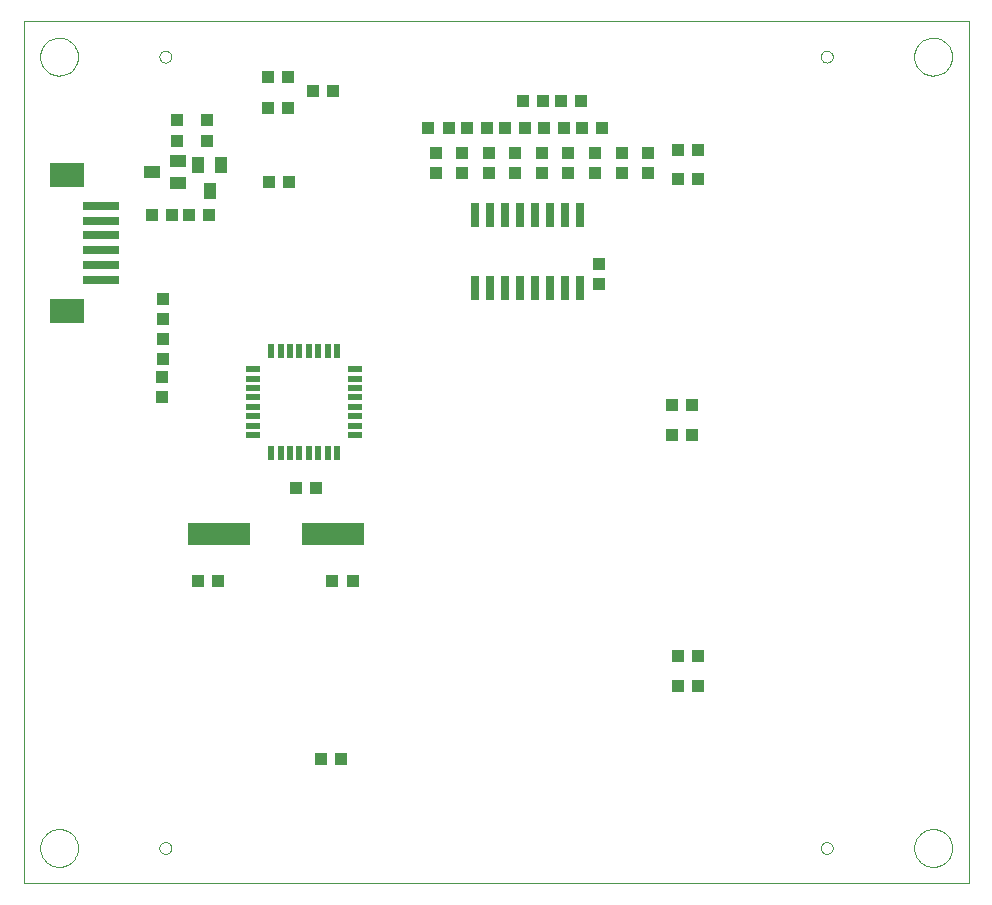
<source format=gbp>
G75*
%MOIN*%
%OFA0B0*%
%FSLAX24Y24*%
%IPPOS*%
%LPD*%
%AMOC8*
5,1,8,0,0,1.08239X$1,22.5*
%
%ADD10C,0.0000*%
%ADD11R,0.0220X0.0500*%
%ADD12R,0.0500X0.0220*%
%ADD13R,0.0433X0.0394*%
%ADD14R,0.2100X0.0760*%
%ADD15R,0.1200X0.0315*%
%ADD16R,0.1181X0.0827*%
%ADD17R,0.0394X0.0551*%
%ADD18R,0.0551X0.0394*%
%ADD19R,0.0394X0.0433*%
%ADD20R,0.0260X0.0800*%
D10*
X000497Y002817D02*
X000497Y031557D01*
X031993Y031557D01*
X031993Y002817D01*
X000497Y002817D01*
X001048Y003998D02*
X001050Y004048D01*
X001056Y004098D01*
X001066Y004147D01*
X001080Y004195D01*
X001097Y004242D01*
X001118Y004287D01*
X001143Y004331D01*
X001171Y004372D01*
X001203Y004411D01*
X001237Y004448D01*
X001274Y004482D01*
X001314Y004512D01*
X001356Y004539D01*
X001400Y004563D01*
X001446Y004584D01*
X001493Y004600D01*
X001541Y004613D01*
X001591Y004622D01*
X001640Y004627D01*
X001691Y004628D01*
X001741Y004625D01*
X001790Y004618D01*
X001839Y004607D01*
X001887Y004592D01*
X001933Y004574D01*
X001978Y004552D01*
X002021Y004526D01*
X002062Y004497D01*
X002101Y004465D01*
X002137Y004430D01*
X002169Y004392D01*
X002199Y004352D01*
X002226Y004309D01*
X002249Y004265D01*
X002268Y004219D01*
X002284Y004171D01*
X002296Y004122D01*
X002304Y004073D01*
X002308Y004023D01*
X002308Y003973D01*
X002304Y003923D01*
X002296Y003874D01*
X002284Y003825D01*
X002268Y003777D01*
X002249Y003731D01*
X002226Y003687D01*
X002199Y003644D01*
X002169Y003604D01*
X002137Y003566D01*
X002101Y003531D01*
X002062Y003499D01*
X002021Y003470D01*
X001978Y003444D01*
X001933Y003422D01*
X001887Y003404D01*
X001839Y003389D01*
X001790Y003378D01*
X001741Y003371D01*
X001691Y003368D01*
X001640Y003369D01*
X001591Y003374D01*
X001541Y003383D01*
X001493Y003396D01*
X001446Y003412D01*
X001400Y003433D01*
X001356Y003457D01*
X001314Y003484D01*
X001274Y003514D01*
X001237Y003548D01*
X001203Y003585D01*
X001171Y003624D01*
X001143Y003665D01*
X001118Y003709D01*
X001097Y003754D01*
X001080Y003801D01*
X001066Y003849D01*
X001056Y003898D01*
X001050Y003948D01*
X001048Y003998D01*
X005024Y003998D02*
X005026Y004025D01*
X005032Y004052D01*
X005041Y004078D01*
X005054Y004102D01*
X005070Y004125D01*
X005089Y004144D01*
X005111Y004161D01*
X005135Y004175D01*
X005160Y004185D01*
X005187Y004192D01*
X005214Y004195D01*
X005242Y004194D01*
X005269Y004189D01*
X005295Y004181D01*
X005319Y004169D01*
X005342Y004153D01*
X005363Y004135D01*
X005380Y004114D01*
X005395Y004090D01*
X005406Y004065D01*
X005414Y004039D01*
X005418Y004012D01*
X005418Y003984D01*
X005414Y003957D01*
X005406Y003931D01*
X005395Y003906D01*
X005380Y003882D01*
X005363Y003861D01*
X005342Y003843D01*
X005320Y003827D01*
X005295Y003815D01*
X005269Y003807D01*
X005242Y003802D01*
X005214Y003801D01*
X005187Y003804D01*
X005160Y003811D01*
X005135Y003821D01*
X005111Y003835D01*
X005089Y003852D01*
X005070Y003871D01*
X005054Y003894D01*
X005041Y003918D01*
X005032Y003944D01*
X005026Y003971D01*
X005024Y003998D01*
X027072Y003998D02*
X027074Y004025D01*
X027080Y004052D01*
X027089Y004078D01*
X027102Y004102D01*
X027118Y004125D01*
X027137Y004144D01*
X027159Y004161D01*
X027183Y004175D01*
X027208Y004185D01*
X027235Y004192D01*
X027262Y004195D01*
X027290Y004194D01*
X027317Y004189D01*
X027343Y004181D01*
X027367Y004169D01*
X027390Y004153D01*
X027411Y004135D01*
X027428Y004114D01*
X027443Y004090D01*
X027454Y004065D01*
X027462Y004039D01*
X027466Y004012D01*
X027466Y003984D01*
X027462Y003957D01*
X027454Y003931D01*
X027443Y003906D01*
X027428Y003882D01*
X027411Y003861D01*
X027390Y003843D01*
X027368Y003827D01*
X027343Y003815D01*
X027317Y003807D01*
X027290Y003802D01*
X027262Y003801D01*
X027235Y003804D01*
X027208Y003811D01*
X027183Y003821D01*
X027159Y003835D01*
X027137Y003852D01*
X027118Y003871D01*
X027102Y003894D01*
X027089Y003918D01*
X027080Y003944D01*
X027074Y003971D01*
X027072Y003998D01*
X030182Y003998D02*
X030184Y004048D01*
X030190Y004098D01*
X030200Y004147D01*
X030214Y004195D01*
X030231Y004242D01*
X030252Y004287D01*
X030277Y004331D01*
X030305Y004372D01*
X030337Y004411D01*
X030371Y004448D01*
X030408Y004482D01*
X030448Y004512D01*
X030490Y004539D01*
X030534Y004563D01*
X030580Y004584D01*
X030627Y004600D01*
X030675Y004613D01*
X030725Y004622D01*
X030774Y004627D01*
X030825Y004628D01*
X030875Y004625D01*
X030924Y004618D01*
X030973Y004607D01*
X031021Y004592D01*
X031067Y004574D01*
X031112Y004552D01*
X031155Y004526D01*
X031196Y004497D01*
X031235Y004465D01*
X031271Y004430D01*
X031303Y004392D01*
X031333Y004352D01*
X031360Y004309D01*
X031383Y004265D01*
X031402Y004219D01*
X031418Y004171D01*
X031430Y004122D01*
X031438Y004073D01*
X031442Y004023D01*
X031442Y003973D01*
X031438Y003923D01*
X031430Y003874D01*
X031418Y003825D01*
X031402Y003777D01*
X031383Y003731D01*
X031360Y003687D01*
X031333Y003644D01*
X031303Y003604D01*
X031271Y003566D01*
X031235Y003531D01*
X031196Y003499D01*
X031155Y003470D01*
X031112Y003444D01*
X031067Y003422D01*
X031021Y003404D01*
X030973Y003389D01*
X030924Y003378D01*
X030875Y003371D01*
X030825Y003368D01*
X030774Y003369D01*
X030725Y003374D01*
X030675Y003383D01*
X030627Y003396D01*
X030580Y003412D01*
X030534Y003433D01*
X030490Y003457D01*
X030448Y003484D01*
X030408Y003514D01*
X030371Y003548D01*
X030337Y003585D01*
X030305Y003624D01*
X030277Y003665D01*
X030252Y003709D01*
X030231Y003754D01*
X030214Y003801D01*
X030200Y003849D01*
X030190Y003898D01*
X030184Y003948D01*
X030182Y003998D01*
X030182Y030376D02*
X030184Y030426D01*
X030190Y030476D01*
X030200Y030525D01*
X030214Y030573D01*
X030231Y030620D01*
X030252Y030665D01*
X030277Y030709D01*
X030305Y030750D01*
X030337Y030789D01*
X030371Y030826D01*
X030408Y030860D01*
X030448Y030890D01*
X030490Y030917D01*
X030534Y030941D01*
X030580Y030962D01*
X030627Y030978D01*
X030675Y030991D01*
X030725Y031000D01*
X030774Y031005D01*
X030825Y031006D01*
X030875Y031003D01*
X030924Y030996D01*
X030973Y030985D01*
X031021Y030970D01*
X031067Y030952D01*
X031112Y030930D01*
X031155Y030904D01*
X031196Y030875D01*
X031235Y030843D01*
X031271Y030808D01*
X031303Y030770D01*
X031333Y030730D01*
X031360Y030687D01*
X031383Y030643D01*
X031402Y030597D01*
X031418Y030549D01*
X031430Y030500D01*
X031438Y030451D01*
X031442Y030401D01*
X031442Y030351D01*
X031438Y030301D01*
X031430Y030252D01*
X031418Y030203D01*
X031402Y030155D01*
X031383Y030109D01*
X031360Y030065D01*
X031333Y030022D01*
X031303Y029982D01*
X031271Y029944D01*
X031235Y029909D01*
X031196Y029877D01*
X031155Y029848D01*
X031112Y029822D01*
X031067Y029800D01*
X031021Y029782D01*
X030973Y029767D01*
X030924Y029756D01*
X030875Y029749D01*
X030825Y029746D01*
X030774Y029747D01*
X030725Y029752D01*
X030675Y029761D01*
X030627Y029774D01*
X030580Y029790D01*
X030534Y029811D01*
X030490Y029835D01*
X030448Y029862D01*
X030408Y029892D01*
X030371Y029926D01*
X030337Y029963D01*
X030305Y030002D01*
X030277Y030043D01*
X030252Y030087D01*
X030231Y030132D01*
X030214Y030179D01*
X030200Y030227D01*
X030190Y030276D01*
X030184Y030326D01*
X030182Y030376D01*
X027072Y030376D02*
X027074Y030403D01*
X027080Y030430D01*
X027089Y030456D01*
X027102Y030480D01*
X027118Y030503D01*
X027137Y030522D01*
X027159Y030539D01*
X027183Y030553D01*
X027208Y030563D01*
X027235Y030570D01*
X027262Y030573D01*
X027290Y030572D01*
X027317Y030567D01*
X027343Y030559D01*
X027367Y030547D01*
X027390Y030531D01*
X027411Y030513D01*
X027428Y030492D01*
X027443Y030468D01*
X027454Y030443D01*
X027462Y030417D01*
X027466Y030390D01*
X027466Y030362D01*
X027462Y030335D01*
X027454Y030309D01*
X027443Y030284D01*
X027428Y030260D01*
X027411Y030239D01*
X027390Y030221D01*
X027368Y030205D01*
X027343Y030193D01*
X027317Y030185D01*
X027290Y030180D01*
X027262Y030179D01*
X027235Y030182D01*
X027208Y030189D01*
X027183Y030199D01*
X027159Y030213D01*
X027137Y030230D01*
X027118Y030249D01*
X027102Y030272D01*
X027089Y030296D01*
X027080Y030322D01*
X027074Y030349D01*
X027072Y030376D01*
X005024Y030376D02*
X005026Y030403D01*
X005032Y030430D01*
X005041Y030456D01*
X005054Y030480D01*
X005070Y030503D01*
X005089Y030522D01*
X005111Y030539D01*
X005135Y030553D01*
X005160Y030563D01*
X005187Y030570D01*
X005214Y030573D01*
X005242Y030572D01*
X005269Y030567D01*
X005295Y030559D01*
X005319Y030547D01*
X005342Y030531D01*
X005363Y030513D01*
X005380Y030492D01*
X005395Y030468D01*
X005406Y030443D01*
X005414Y030417D01*
X005418Y030390D01*
X005418Y030362D01*
X005414Y030335D01*
X005406Y030309D01*
X005395Y030284D01*
X005380Y030260D01*
X005363Y030239D01*
X005342Y030221D01*
X005320Y030205D01*
X005295Y030193D01*
X005269Y030185D01*
X005242Y030180D01*
X005214Y030179D01*
X005187Y030182D01*
X005160Y030189D01*
X005135Y030199D01*
X005111Y030213D01*
X005089Y030230D01*
X005070Y030249D01*
X005054Y030272D01*
X005041Y030296D01*
X005032Y030322D01*
X005026Y030349D01*
X005024Y030376D01*
X001048Y030376D02*
X001050Y030426D01*
X001056Y030476D01*
X001066Y030525D01*
X001080Y030573D01*
X001097Y030620D01*
X001118Y030665D01*
X001143Y030709D01*
X001171Y030750D01*
X001203Y030789D01*
X001237Y030826D01*
X001274Y030860D01*
X001314Y030890D01*
X001356Y030917D01*
X001400Y030941D01*
X001446Y030962D01*
X001493Y030978D01*
X001541Y030991D01*
X001591Y031000D01*
X001640Y031005D01*
X001691Y031006D01*
X001741Y031003D01*
X001790Y030996D01*
X001839Y030985D01*
X001887Y030970D01*
X001933Y030952D01*
X001978Y030930D01*
X002021Y030904D01*
X002062Y030875D01*
X002101Y030843D01*
X002137Y030808D01*
X002169Y030770D01*
X002199Y030730D01*
X002226Y030687D01*
X002249Y030643D01*
X002268Y030597D01*
X002284Y030549D01*
X002296Y030500D01*
X002304Y030451D01*
X002308Y030401D01*
X002308Y030351D01*
X002304Y030301D01*
X002296Y030252D01*
X002284Y030203D01*
X002268Y030155D01*
X002249Y030109D01*
X002226Y030065D01*
X002199Y030022D01*
X002169Y029982D01*
X002137Y029944D01*
X002101Y029909D01*
X002062Y029877D01*
X002021Y029848D01*
X001978Y029822D01*
X001933Y029800D01*
X001887Y029782D01*
X001839Y029767D01*
X001790Y029756D01*
X001741Y029749D01*
X001691Y029746D01*
X001640Y029747D01*
X001591Y029752D01*
X001541Y029761D01*
X001493Y029774D01*
X001446Y029790D01*
X001400Y029811D01*
X001356Y029835D01*
X001314Y029862D01*
X001274Y029892D01*
X001237Y029926D01*
X001203Y029963D01*
X001171Y030002D01*
X001143Y030043D01*
X001118Y030087D01*
X001097Y030132D01*
X001080Y030179D01*
X001066Y030227D01*
X001056Y030276D01*
X001050Y030326D01*
X001048Y030376D01*
D11*
X008745Y020551D03*
X009060Y020551D03*
X009375Y020551D03*
X009690Y020551D03*
X010005Y020551D03*
X010320Y020551D03*
X010635Y020551D03*
X010950Y020551D03*
X010950Y017171D03*
X010635Y017171D03*
X010320Y017171D03*
X010005Y017171D03*
X009690Y017171D03*
X009375Y017171D03*
X009060Y017171D03*
X008745Y017171D03*
D12*
X008157Y017758D03*
X008157Y018073D03*
X008157Y018388D03*
X008157Y018703D03*
X008157Y019018D03*
X008157Y019333D03*
X008157Y019648D03*
X008157Y019963D03*
X011537Y019963D03*
X011537Y019648D03*
X011537Y019333D03*
X011537Y019018D03*
X011537Y018703D03*
X011537Y018388D03*
X011537Y018073D03*
X011537Y017758D03*
D13*
X010231Y016006D03*
X009562Y016006D03*
X010792Y012906D03*
X011461Y012906D03*
X006983Y012906D03*
X006314Y012906D03*
X010398Y006951D03*
X011068Y006951D03*
X009345Y026193D03*
X008676Y026193D03*
X006599Y027581D03*
X006599Y028250D03*
X005615Y028250D03*
X005615Y027581D03*
X014227Y027168D03*
X014227Y026498D03*
X015113Y026498D03*
X015113Y027168D03*
X015999Y027168D03*
X015999Y026498D03*
X016885Y026498D03*
X016885Y027168D03*
X017770Y027168D03*
X017770Y026498D03*
X018656Y026498D03*
X018656Y027168D03*
X019542Y027168D03*
X019542Y026498D03*
X020428Y026498D03*
X020428Y027168D03*
X021314Y027168D03*
X021314Y026498D03*
D14*
X010812Y014481D03*
X007012Y014481D03*
D15*
X003076Y022945D03*
X003076Y023437D03*
X003076Y023930D03*
X003076Y024422D03*
X003076Y024914D03*
X003076Y025406D03*
D16*
X001934Y026439D03*
X001934Y021912D03*
D17*
X006698Y025908D03*
X007072Y026774D03*
X006324Y026774D03*
D18*
X005654Y026912D03*
X005654Y026164D03*
X004788Y026538D03*
D19*
X004788Y025111D03*
X005457Y025111D03*
X006019Y025111D03*
X006688Y025111D03*
X005152Y022286D03*
X005152Y021617D03*
X005133Y020977D03*
X005133Y020307D03*
X005113Y019697D03*
X005113Y019028D03*
X013991Y028014D03*
X014660Y028014D03*
X015270Y028014D03*
X015940Y028014D03*
X016550Y028014D03*
X017219Y028014D03*
X017830Y028014D03*
X018499Y028014D03*
X019109Y028014D03*
X019778Y028014D03*
X019089Y028900D03*
X018420Y028900D03*
X017810Y028900D03*
X017141Y028900D03*
X022308Y027276D03*
X022977Y027276D03*
X022977Y026292D03*
X022308Y026292D03*
X019690Y023477D03*
X019690Y022807D03*
X022111Y018762D03*
X022780Y018762D03*
X022780Y017778D03*
X022111Y017778D03*
X022308Y010396D03*
X022977Y010396D03*
X022977Y009412D03*
X022308Y009412D03*
X009296Y028654D03*
X008627Y028654D03*
X008627Y029687D03*
X009296Y029687D03*
X010152Y029244D03*
X010822Y029244D03*
D20*
X015528Y025090D03*
X016028Y025090D03*
X016528Y025090D03*
X017028Y025090D03*
X017528Y025090D03*
X018028Y025090D03*
X018528Y025090D03*
X019028Y025090D03*
X019028Y022670D03*
X018528Y022670D03*
X018028Y022670D03*
X017528Y022670D03*
X017028Y022670D03*
X016528Y022670D03*
X016028Y022670D03*
X015528Y022670D03*
M02*

</source>
